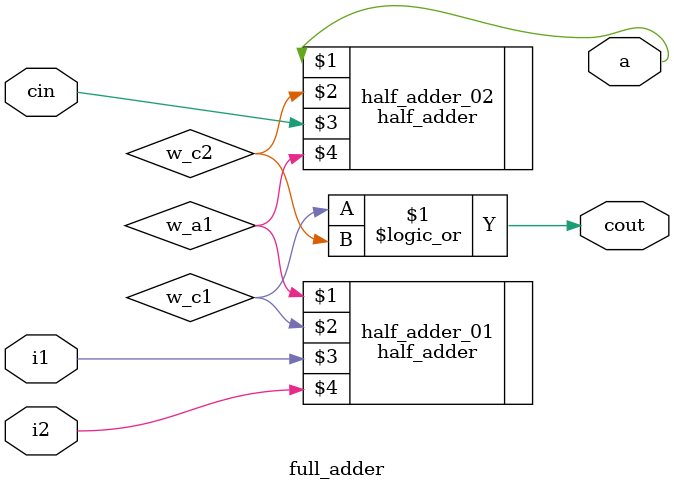
<source format=v>
`include "Half_Adder.v"
module full_adder(a, cout, i1, i2, cin);
    //Full Adder
    output a, cout;
    input i1, i2, cin;
    wire w_a1, w_c1, w_c2;

    half_adder half_adder_01(w_a1, w_c1, i1, i2);
    half_adder half_adder_02(a, w_c2, cin, w_a1);

    assign cout = w_c1 || w_c2;
endmodule
</source>
